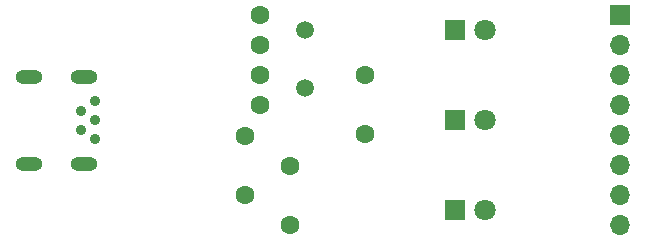
<source format=gbr>
%TF.GenerationSoftware,KiCad,Pcbnew,(5.1.7)-1*%
%TF.CreationDate,2020-12-05T19:57:28+01:00*%
%TF.ProjectId,WiFi-RC-Switch-Programmer,57694669-2d52-4432-9d53-77697463682d,rev?*%
%TF.SameCoordinates,Original*%
%TF.FileFunction,Soldermask,Bot*%
%TF.FilePolarity,Negative*%
%FSLAX46Y46*%
G04 Gerber Fmt 4.6, Leading zero omitted, Abs format (unit mm)*
G04 Created by KiCad (PCBNEW (5.1.7)-1) date 2020-12-05 19:57:28*
%MOMM*%
%LPD*%
G01*
G04 APERTURE LIST*
%ADD10C,1.600000*%
%ADD11R,1.800000X1.800000*%
%ADD12C,1.800000*%
%ADD13C,0.900000*%
%ADD14O,2.300000X1.200000*%
%ADD15R,1.700000X1.700000*%
%ADD16O,1.700000X1.700000*%
%ADD17C,1.500000*%
G04 APERTURE END LIST*
D10*
%TO.C,C1*%
X133350000Y-105490000D03*
X133350000Y-110490000D03*
%TD*%
%TO.C,C2*%
X139700000Y-97790000D03*
X139700000Y-102790000D03*
%TD*%
%TO.C,C3*%
X130810000Y-97790000D03*
X130810000Y-100290000D03*
%TD*%
%TO.C,C4*%
X130810000Y-92710000D03*
X130810000Y-95210000D03*
%TD*%
%TO.C,C5*%
X129540000Y-102950000D03*
X129540000Y-107950000D03*
%TD*%
D11*
%TO.C,D1*%
X147320000Y-93980000D03*
D12*
X149860000Y-93980000D03*
%TD*%
%TO.C,D2*%
X149860000Y-101600000D03*
D11*
X147320000Y-101600000D03*
%TD*%
%TO.C,D3*%
X147320000Y-109220000D03*
D12*
X149860000Y-109220000D03*
%TD*%
D13*
%TO.C,J1*%
X116840000Y-101600000D03*
X116840000Y-100000000D03*
X115640000Y-100800000D03*
X115640000Y-102400000D03*
X116840000Y-103200000D03*
D14*
X115940000Y-105300000D03*
X115940000Y-97900000D03*
X111240000Y-97900000D03*
X111240000Y-105300000D03*
%TD*%
D15*
%TO.C,J2*%
X161290000Y-92710000D03*
D16*
X161290000Y-95250000D03*
X161290000Y-97790000D03*
X161290000Y-100330000D03*
X161290000Y-102870000D03*
X161290000Y-105410000D03*
X161290000Y-107950000D03*
X161290000Y-110490000D03*
%TD*%
D17*
%TO.C,Y1*%
X134620000Y-93980000D03*
X134620000Y-98860000D03*
%TD*%
M02*

</source>
